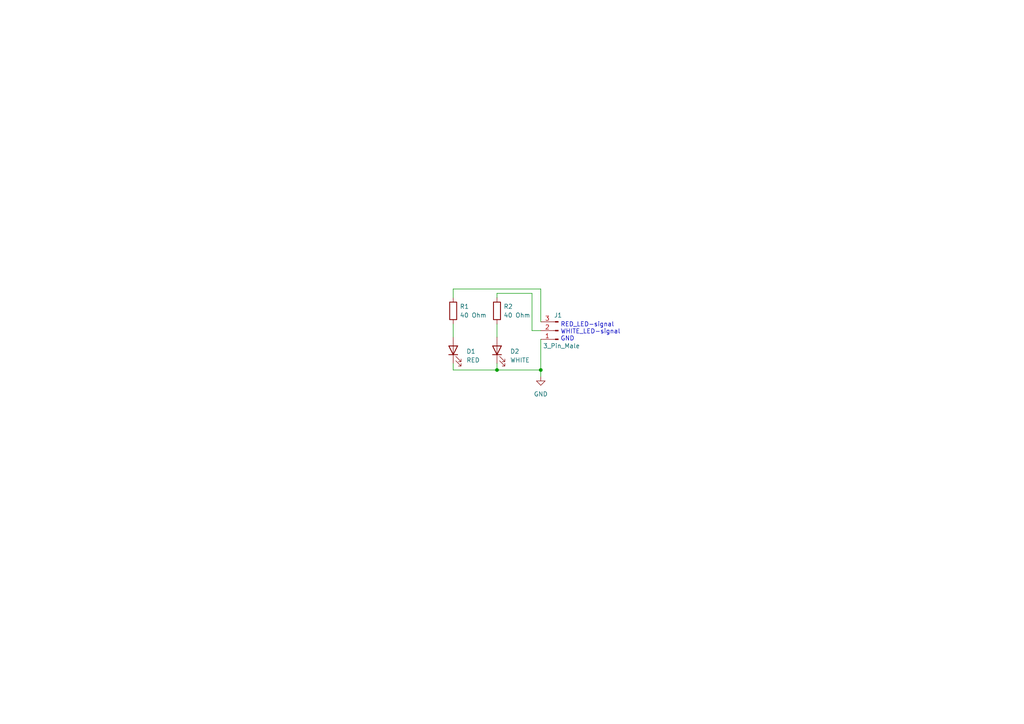
<source format=kicad_sch>
(kicad_sch
	(version 20231120)
	(generator "eeschema")
	(generator_version "8.0")
	(uuid "4d633aef-f947-4ec5-a5a2-1ce6d333e9d7")
	(paper "A4")
	(title_block
		(title "Amon led board")
		(date "2022-05-11")
		(rev "1")
		(company "Tinta T")
	)
	(lib_symbols
		(symbol "Connector:Conn_01x03_Male"
			(pin_names
				(offset 1.016) hide)
			(exclude_from_sim no)
			(in_bom yes)
			(on_board yes)
			(property "Reference" "J"
				(at 0 5.08 0)
				(effects
					(font
						(size 1.27 1.27)
					)
				)
			)
			(property "Value" "Conn_01x03_Male"
				(at 0 -5.08 0)
				(effects
					(font
						(size 1.27 1.27)
					)
				)
			)
			(property "Footprint" ""
				(at 0 0 0)
				(effects
					(font
						(size 1.27 1.27)
					)
					(hide yes)
				)
			)
			(property "Datasheet" "~"
				(at 0 0 0)
				(effects
					(font
						(size 1.27 1.27)
					)
					(hide yes)
				)
			)
			(property "Description" "Generic connector, single row, 01x03, script generated (kicad-library-utils/schlib/autogen/connector/)"
				(at 0 0 0)
				(effects
					(font
						(size 1.27 1.27)
					)
					(hide yes)
				)
			)
			(property "ki_keywords" "connector"
				(at 0 0 0)
				(effects
					(font
						(size 1.27 1.27)
					)
					(hide yes)
				)
			)
			(property "ki_fp_filters" "Connector*:*_1x??_*"
				(at 0 0 0)
				(effects
					(font
						(size 1.27 1.27)
					)
					(hide yes)
				)
			)
			(symbol "Conn_01x03_Male_1_1"
				(polyline
					(pts
						(xy 1.27 -2.54) (xy 0.8636 -2.54)
					)
					(stroke
						(width 0.1524)
						(type default)
					)
					(fill
						(type none)
					)
				)
				(polyline
					(pts
						(xy 1.27 0) (xy 0.8636 0)
					)
					(stroke
						(width 0.1524)
						(type default)
					)
					(fill
						(type none)
					)
				)
				(polyline
					(pts
						(xy 1.27 2.54) (xy 0.8636 2.54)
					)
					(stroke
						(width 0.1524)
						(type default)
					)
					(fill
						(type none)
					)
				)
				(rectangle
					(start 0.8636 -2.413)
					(end 0 -2.667)
					(stroke
						(width 0.1524)
						(type default)
					)
					(fill
						(type outline)
					)
				)
				(rectangle
					(start 0.8636 0.127)
					(end 0 -0.127)
					(stroke
						(width 0.1524)
						(type default)
					)
					(fill
						(type outline)
					)
				)
				(rectangle
					(start 0.8636 2.667)
					(end 0 2.413)
					(stroke
						(width 0.1524)
						(type default)
					)
					(fill
						(type outline)
					)
				)
				(pin passive line
					(at 5.08 2.54 180)
					(length 3.81)
					(name "Pin_1"
						(effects
							(font
								(size 1.27 1.27)
							)
						)
					)
					(number "1"
						(effects
							(font
								(size 1.27 1.27)
							)
						)
					)
				)
				(pin passive line
					(at 5.08 0 180)
					(length 3.81)
					(name "Pin_2"
						(effects
							(font
								(size 1.27 1.27)
							)
						)
					)
					(number "2"
						(effects
							(font
								(size 1.27 1.27)
							)
						)
					)
				)
				(pin passive line
					(at 5.08 -2.54 180)
					(length 3.81)
					(name "Pin_3"
						(effects
							(font
								(size 1.27 1.27)
							)
						)
					)
					(number "3"
						(effects
							(font
								(size 1.27 1.27)
							)
						)
					)
				)
			)
		)
		(symbol "Device:LED"
			(pin_numbers hide)
			(pin_names
				(offset 1.016) hide)
			(exclude_from_sim no)
			(in_bom yes)
			(on_board yes)
			(property "Reference" "D"
				(at 0 2.54 0)
				(effects
					(font
						(size 1.27 1.27)
					)
				)
			)
			(property "Value" "LED"
				(at 0 -2.54 0)
				(effects
					(font
						(size 1.27 1.27)
					)
				)
			)
			(property "Footprint" ""
				(at 0 0 0)
				(effects
					(font
						(size 1.27 1.27)
					)
					(hide yes)
				)
			)
			(property "Datasheet" "~"
				(at 0 0 0)
				(effects
					(font
						(size 1.27 1.27)
					)
					(hide yes)
				)
			)
			(property "Description" "Light emitting diode"
				(at 0 0 0)
				(effects
					(font
						(size 1.27 1.27)
					)
					(hide yes)
				)
			)
			(property "ki_keywords" "LED diode"
				(at 0 0 0)
				(effects
					(font
						(size 1.27 1.27)
					)
					(hide yes)
				)
			)
			(property "ki_fp_filters" "LED* LED_SMD:* LED_THT:*"
				(at 0 0 0)
				(effects
					(font
						(size 1.27 1.27)
					)
					(hide yes)
				)
			)
			(symbol "LED_0_1"
				(polyline
					(pts
						(xy -1.27 -1.27) (xy -1.27 1.27)
					)
					(stroke
						(width 0.254)
						(type default)
					)
					(fill
						(type none)
					)
				)
				(polyline
					(pts
						(xy -1.27 0) (xy 1.27 0)
					)
					(stroke
						(width 0)
						(type default)
					)
					(fill
						(type none)
					)
				)
				(polyline
					(pts
						(xy 1.27 -1.27) (xy 1.27 1.27) (xy -1.27 0) (xy 1.27 -1.27)
					)
					(stroke
						(width 0.254)
						(type default)
					)
					(fill
						(type none)
					)
				)
				(polyline
					(pts
						(xy -3.048 -0.762) (xy -4.572 -2.286) (xy -3.81 -2.286) (xy -4.572 -2.286) (xy -4.572 -1.524)
					)
					(stroke
						(width 0)
						(type default)
					)
					(fill
						(type none)
					)
				)
				(polyline
					(pts
						(xy -1.778 -0.762) (xy -3.302 -2.286) (xy -2.54 -2.286) (xy -3.302 -2.286) (xy -3.302 -1.524)
					)
					(stroke
						(width 0)
						(type default)
					)
					(fill
						(type none)
					)
				)
			)
			(symbol "LED_1_1"
				(pin passive line
					(at -3.81 0 0)
					(length 2.54)
					(name "K"
						(effects
							(font
								(size 1.27 1.27)
							)
						)
					)
					(number "1"
						(effects
							(font
								(size 1.27 1.27)
							)
						)
					)
				)
				(pin passive line
					(at 3.81 0 180)
					(length 2.54)
					(name "A"
						(effects
							(font
								(size 1.27 1.27)
							)
						)
					)
					(number "2"
						(effects
							(font
								(size 1.27 1.27)
							)
						)
					)
				)
			)
		)
		(symbol "Device:R"
			(pin_numbers hide)
			(pin_names
				(offset 0)
			)
			(exclude_from_sim no)
			(in_bom yes)
			(on_board yes)
			(property "Reference" "R"
				(at 2.032 0 90)
				(effects
					(font
						(size 1.27 1.27)
					)
				)
			)
			(property "Value" "R"
				(at 0 0 90)
				(effects
					(font
						(size 1.27 1.27)
					)
				)
			)
			(property "Footprint" ""
				(at -1.778 0 90)
				(effects
					(font
						(size 1.27 1.27)
					)
					(hide yes)
				)
			)
			(property "Datasheet" "~"
				(at 0 0 0)
				(effects
					(font
						(size 1.27 1.27)
					)
					(hide yes)
				)
			)
			(property "Description" "Resistor"
				(at 0 0 0)
				(effects
					(font
						(size 1.27 1.27)
					)
					(hide yes)
				)
			)
			(property "ki_keywords" "R res resistor"
				(at 0 0 0)
				(effects
					(font
						(size 1.27 1.27)
					)
					(hide yes)
				)
			)
			(property "ki_fp_filters" "R_*"
				(at 0 0 0)
				(effects
					(font
						(size 1.27 1.27)
					)
					(hide yes)
				)
			)
			(symbol "R_0_1"
				(rectangle
					(start -1.016 -2.54)
					(end 1.016 2.54)
					(stroke
						(width 0.254)
						(type default)
					)
					(fill
						(type none)
					)
				)
			)
			(symbol "R_1_1"
				(pin passive line
					(at 0 3.81 270)
					(length 1.27)
					(name "~"
						(effects
							(font
								(size 1.27 1.27)
							)
						)
					)
					(number "1"
						(effects
							(font
								(size 1.27 1.27)
							)
						)
					)
				)
				(pin passive line
					(at 0 -3.81 90)
					(length 1.27)
					(name "~"
						(effects
							(font
								(size 1.27 1.27)
							)
						)
					)
					(number "2"
						(effects
							(font
								(size 1.27 1.27)
							)
						)
					)
				)
			)
		)
		(symbol "power:GND"
			(power)
			(pin_names
				(offset 0)
			)
			(exclude_from_sim no)
			(in_bom yes)
			(on_board yes)
			(property "Reference" "#PWR"
				(at 0 -6.35 0)
				(effects
					(font
						(size 1.27 1.27)
					)
					(hide yes)
				)
			)
			(property "Value" "GND"
				(at 0 -3.81 0)
				(effects
					(font
						(size 1.27 1.27)
					)
				)
			)
			(property "Footprint" ""
				(at 0 0 0)
				(effects
					(font
						(size 1.27 1.27)
					)
					(hide yes)
				)
			)
			(property "Datasheet" ""
				(at 0 0 0)
				(effects
					(font
						(size 1.27 1.27)
					)
					(hide yes)
				)
			)
			(property "Description" "Power symbol creates a global label with name \"GND\" , ground"
				(at 0 0 0)
				(effects
					(font
						(size 1.27 1.27)
					)
					(hide yes)
				)
			)
			(property "ki_keywords" "power-flag"
				(at 0 0 0)
				(effects
					(font
						(size 1.27 1.27)
					)
					(hide yes)
				)
			)
			(symbol "GND_0_1"
				(polyline
					(pts
						(xy 0 0) (xy 0 -1.27) (xy 1.27 -1.27) (xy 0 -2.54) (xy -1.27 -1.27) (xy 0 -1.27)
					)
					(stroke
						(width 0)
						(type default)
					)
					(fill
						(type none)
					)
				)
			)
			(symbol "GND_1_1"
				(pin power_in line
					(at 0 0 270)
					(length 0) hide
					(name "GND"
						(effects
							(font
								(size 1.27 1.27)
							)
						)
					)
					(number "1"
						(effects
							(font
								(size 1.27 1.27)
							)
						)
					)
				)
			)
		)
	)
	(junction
		(at 156.845 107.315)
		(diameter 0)
		(color 0 0 0 0)
		(uuid "9a1d0aac-d424-44a1-ad3f-6accfbc230c0")
	)
	(junction
		(at 144.145 107.315)
		(diameter 0)
		(color 0 0 0 0)
		(uuid "dade527c-563d-4eb9-83a1-dd65dcbb1b6f")
	)
	(wire
		(pts
			(xy 156.845 107.315) (xy 144.145 107.315)
		)
		(stroke
			(width 0)
			(type default)
		)
		(uuid "050df662-85fb-452b-8422-7352e0874e50")
	)
	(wire
		(pts
			(xy 154.305 95.885) (xy 154.305 85.09)
		)
		(stroke
			(width 0)
			(type default)
		)
		(uuid "0d443b32-24c0-4007-aa57-1a39d6fd2019")
	)
	(wire
		(pts
			(xy 144.145 93.98) (xy 144.145 97.79)
		)
		(stroke
			(width 0)
			(type default)
		)
		(uuid "14452b96-0e18-4d4d-93b3-1695a5ae5cfd")
	)
	(wire
		(pts
			(xy 156.845 95.885) (xy 154.305 95.885)
		)
		(stroke
			(width 0)
			(type default)
		)
		(uuid "184f4561-e170-4212-b8bc-2efa901a69c8")
	)
	(wire
		(pts
			(xy 156.845 98.425) (xy 156.845 107.315)
		)
		(stroke
			(width 0)
			(type default)
		)
		(uuid "2812acda-b90e-4133-ad76-6d93cb80a7f6")
	)
	(wire
		(pts
			(xy 131.445 107.315) (xy 131.445 105.41)
		)
		(stroke
			(width 0)
			(type default)
		)
		(uuid "5d773f03-9888-4ffd-90f0-5f29592316ca")
	)
	(wire
		(pts
			(xy 156.845 107.315) (xy 156.845 109.22)
		)
		(stroke
			(width 0)
			(type default)
		)
		(uuid "81fa679c-a92a-4d03-8dba-7b7ddbe3b862")
	)
	(wire
		(pts
			(xy 131.445 107.315) (xy 144.145 107.315)
		)
		(stroke
			(width 0)
			(type default)
		)
		(uuid "961f980d-aac7-4a9b-8b83-56374f59231f")
	)
	(wire
		(pts
			(xy 144.145 86.36) (xy 144.145 85.09)
		)
		(stroke
			(width 0)
			(type default)
		)
		(uuid "a73088ad-b413-4db5-ba4b-da29dd499858")
	)
	(wire
		(pts
			(xy 131.445 93.98) (xy 131.445 97.79)
		)
		(stroke
			(width 0)
			(type default)
		)
		(uuid "b9074f85-5312-48ee-b07e-da6ca5d75bd7")
	)
	(wire
		(pts
			(xy 144.145 85.09) (xy 154.305 85.09)
		)
		(stroke
			(width 0)
			(type default)
		)
		(uuid "c69adb32-5496-4474-abbc-4b79ae63d5ea")
	)
	(wire
		(pts
			(xy 144.145 107.315) (xy 144.145 105.41)
		)
		(stroke
			(width 0)
			(type default)
		)
		(uuid "cec7ddb5-35a8-47ac-88e2-c758fc156baf")
	)
	(wire
		(pts
			(xy 131.445 83.82) (xy 131.445 86.36)
		)
		(stroke
			(width 0)
			(type default)
		)
		(uuid "d45184d1-d937-4bf1-b066-5f5102f35f41")
	)
	(wire
		(pts
			(xy 156.845 93.345) (xy 156.845 83.82)
		)
		(stroke
			(width 0)
			(type default)
		)
		(uuid "d52a9c27-d807-4643-9360-48702bd2b64c")
	)
	(wire
		(pts
			(xy 156.845 83.82) (xy 131.445 83.82)
		)
		(stroke
			(width 0)
			(type default)
		)
		(uuid "eb41eda4-6109-4164-b0fe-6ffaf992265b")
	)
	(text "RED_LED-signal\nWHITE_LED-signal\nGND\n"
		(exclude_from_sim no)
		(at 162.56 99.06 0)
		(effects
			(font
				(size 1.27 1.27)
			)
			(justify left bottom)
		)
		(uuid "0c34d5e5-a87a-47ef-a70f-62f59d1ea358")
	)
	(symbol
		(lib_id "Device:LED")
		(at 131.445 101.6 90)
		(unit 1)
		(exclude_from_sim no)
		(in_bom yes)
		(on_board yes)
		(dnp no)
		(fields_autoplaced yes)
		(uuid "63bbc699-75ac-4f03-8d83-7fb6457b64f6")
		(property "Reference" "D1"
			(at 135.255 101.9174 90)
			(effects
				(font
					(size 1.27 1.27)
				)
				(justify right)
			)
		)
		(property "Value" "RED"
			(at 135.255 104.4574 90)
			(effects
				(font
					(size 1.27 1.27)
				)
				(justify right)
			)
		)
		(property "Footprint" "LED_SMD:LED_PLCC_2835"
			(at 131.445 101.6 0)
			(effects
				(font
					(size 1.27 1.27)
				)
				(hide yes)
			)
		)
		(property "Datasheet" "~"
			(at 131.445 101.6 0)
			(effects
				(font
					(size 1.27 1.27)
				)
				(hide yes)
			)
		)
		(property "Description" ""
			(at 131.445 101.6 0)
			(effects
				(font
					(size 1.27 1.27)
				)
				(hide yes)
			)
		)
		(pin "1"
			(uuid "ead98e34-ad88-4a0f-b537-0b2a0a7b748b")
		)
		(pin "2"
			(uuid "3e180a5d-0e9b-4c50-89e2-4ddba5d70aaa")
		)
		(instances
			(project "Amon_led_board"
				(path "/4d633aef-f947-4ec5-a5a2-1ce6d333e9d7"
					(reference "D1")
					(unit 1)
				)
			)
		)
	)
	(symbol
		(lib_id "power:GND")
		(at 156.845 109.22 0)
		(unit 1)
		(exclude_from_sim no)
		(in_bom yes)
		(on_board yes)
		(dnp no)
		(fields_autoplaced yes)
		(uuid "8476e5bc-bf12-41f5-9358-6f231878f6db")
		(property "Reference" "#PWR0101"
			(at 156.845 115.57 0)
			(effects
				(font
					(size 1.27 1.27)
				)
				(hide yes)
			)
		)
		(property "Value" "GND"
			(at 156.845 114.3 0)
			(effects
				(font
					(size 1.27 1.27)
				)
			)
		)
		(property "Footprint" ""
			(at 156.845 109.22 0)
			(effects
				(font
					(size 1.27 1.27)
				)
				(hide yes)
			)
		)
		(property "Datasheet" ""
			(at 156.845 109.22 0)
			(effects
				(font
					(size 1.27 1.27)
				)
				(hide yes)
			)
		)
		(property "Description" ""
			(at 156.845 109.22 0)
			(effects
				(font
					(size 1.27 1.27)
				)
				(hide yes)
			)
		)
		(pin "1"
			(uuid "da24dc07-eed2-4940-92b1-4171ce93a6eb")
		)
		(instances
			(project "Amon_led_board"
				(path "/4d633aef-f947-4ec5-a5a2-1ce6d333e9d7"
					(reference "#PWR0101")
					(unit 1)
				)
			)
		)
	)
	(symbol
		(lib_id "Device:R")
		(at 144.145 90.17 0)
		(unit 1)
		(exclude_from_sim no)
		(in_bom yes)
		(on_board yes)
		(dnp no)
		(fields_autoplaced yes)
		(uuid "8a6bcd6a-bd70-4aed-a8c2-d5da795c3765")
		(property "Reference" "R2"
			(at 146.05 88.8999 0)
			(effects
				(font
					(size 1.27 1.27)
				)
				(justify left)
			)
		)
		(property "Value" "40 Ohm"
			(at 146.05 91.4399 0)
			(effects
				(font
					(size 1.27 1.27)
				)
				(justify left)
			)
		)
		(property "Footprint" "Resistor_SMD:R_0603_1608Metric"
			(at 142.367 90.17 90)
			(effects
				(font
					(size 1.27 1.27)
				)
				(hide yes)
			)
		)
		(property "Datasheet" "~"
			(at 144.145 90.17 0)
			(effects
				(font
					(size 1.27 1.27)
				)
				(hide yes)
			)
		)
		(property "Description" ""
			(at 144.145 90.17 0)
			(effects
				(font
					(size 1.27 1.27)
				)
				(hide yes)
			)
		)
		(pin "1"
			(uuid "fc16381c-407b-4ffe-a3f1-a84d527c6190")
		)
		(pin "2"
			(uuid "a866ff75-785a-4a26-a628-b1abf0976363")
		)
		(instances
			(project "Amon_led_board"
				(path "/4d633aef-f947-4ec5-a5a2-1ce6d333e9d7"
					(reference "R2")
					(unit 1)
				)
			)
		)
	)
	(symbol
		(lib_id "Device:LED")
		(at 144.145 101.6 90)
		(unit 1)
		(exclude_from_sim no)
		(in_bom yes)
		(on_board yes)
		(dnp no)
		(fields_autoplaced yes)
		(uuid "b08303f6-5973-4b22-8723-43eae755b7ce")
		(property "Reference" "D2"
			(at 147.955 101.9174 90)
			(effects
				(font
					(size 1.27 1.27)
				)
				(justify right)
			)
		)
		(property "Value" "WHITE"
			(at 147.955 104.4574 90)
			(effects
				(font
					(size 1.27 1.27)
				)
				(justify right)
			)
		)
		(property "Footprint" "LED_SMD:LED_PLCC_2835"
			(at 144.145 101.6 0)
			(effects
				(font
					(size 1.27 1.27)
				)
				(hide yes)
			)
		)
		(property "Datasheet" "~"
			(at 144.145 101.6 0)
			(effects
				(font
					(size 1.27 1.27)
				)
				(hide yes)
			)
		)
		(property "Description" ""
			(at 144.145 101.6 0)
			(effects
				(font
					(size 1.27 1.27)
				)
				(hide yes)
			)
		)
		(pin "1"
			(uuid "4cc6455c-72e7-43dd-959d-74d3237fb235")
		)
		(pin "2"
			(uuid "bc0005bb-fb24-49e1-8a2b-1f6d20972473")
		)
		(instances
			(project "Amon_led_board"
				(path "/4d633aef-f947-4ec5-a5a2-1ce6d333e9d7"
					(reference "D2")
					(unit 1)
				)
			)
		)
	)
	(symbol
		(lib_id "Connector:Conn_01x03_Male")
		(at 161.925 95.885 180)
		(unit 1)
		(exclude_from_sim no)
		(in_bom yes)
		(on_board yes)
		(dnp no)
		(uuid "e75a90f1-d275-4ca6-86ea-4b6dddffab59")
		(property "Reference" "J1"
			(at 160.655 91.44 0)
			(effects
				(font
					(size 1.27 1.27)
				)
				(justify right)
			)
		)
		(property "Value" "3_Pin_Male"
			(at 157.48 100.33 0)
			(effects
				(font
					(size 1.27 1.27)
				)
				(justify right)
			)
		)
		(property "Footprint" "Connector_PinHeader_2.54mm:PinHeader_1x03_P2.54mm_Vertical"
			(at 161.925 95.885 0)
			(effects
				(font
					(size 1.27 1.27)
				)
				(hide yes)
			)
		)
		(property "Datasheet" "~"
			(at 161.925 95.885 0)
			(effects
				(font
					(size 1.27 1.27)
				)
				(hide yes)
			)
		)
		(property "Description" ""
			(at 161.925 95.885 0)
			(effects
				(font
					(size 1.27 1.27)
				)
				(hide yes)
			)
		)
		(pin "1"
			(uuid "d0111086-5d68-4ab0-b707-7da6b263c90b")
		)
		(pin "2"
			(uuid "aae29862-3850-48eb-b7a8-38a62a8029dd")
		)
		(pin "3"
			(uuid "835d4ac3-3fb1-48d9-8c28-6093fe917376")
		)
		(instances
			(project "Amon_led_board"
				(path "/4d633aef-f947-4ec5-a5a2-1ce6d333e9d7"
					(reference "J1")
					(unit 1)
				)
			)
		)
	)
	(symbol
		(lib_id "Device:R")
		(at 131.445 90.17 0)
		(unit 1)
		(exclude_from_sim no)
		(in_bom yes)
		(on_board yes)
		(dnp no)
		(fields_autoplaced yes)
		(uuid "f1d9dc3b-92b5-4051-a763-bbaea2b7ba92")
		(property "Reference" "R1"
			(at 133.35 88.8999 0)
			(effects
				(font
					(size 1.27 1.27)
				)
				(justify left)
			)
		)
		(property "Value" "40 Ohm"
			(at 133.35 91.4399 0)
			(effects
				(font
					(size 1.27 1.27)
				)
				(justify left)
			)
		)
		(property "Footprint" "Resistor_SMD:R_0603_1608Metric"
			(at 129.667 90.17 90)
			(effects
				(font
					(size 1.27 1.27)
				)
				(hide yes)
			)
		)
		(property "Datasheet" "~"
			(at 131.445 90.17 0)
			(effects
				(font
					(size 1.27 1.27)
				)
				(hide yes)
			)
		)
		(property "Description" ""
			(at 131.445 90.17 0)
			(effects
				(font
					(size 1.27 1.27)
				)
				(hide yes)
			)
		)
		(pin "1"
			(uuid "670765ad-8dd0-4af0-880a-039ac91f1109")
		)
		(pin "2"
			(uuid "81f5e839-4d2f-40a7-9ccb-b25ea4340420")
		)
		(instances
			(project "Amon_led_board"
				(path "/4d633aef-f947-4ec5-a5a2-1ce6d333e9d7"
					(reference "R1")
					(unit 1)
				)
			)
		)
	)
	(sheet_instances
		(path "/"
			(page "1")
		)
	)
)
</source>
